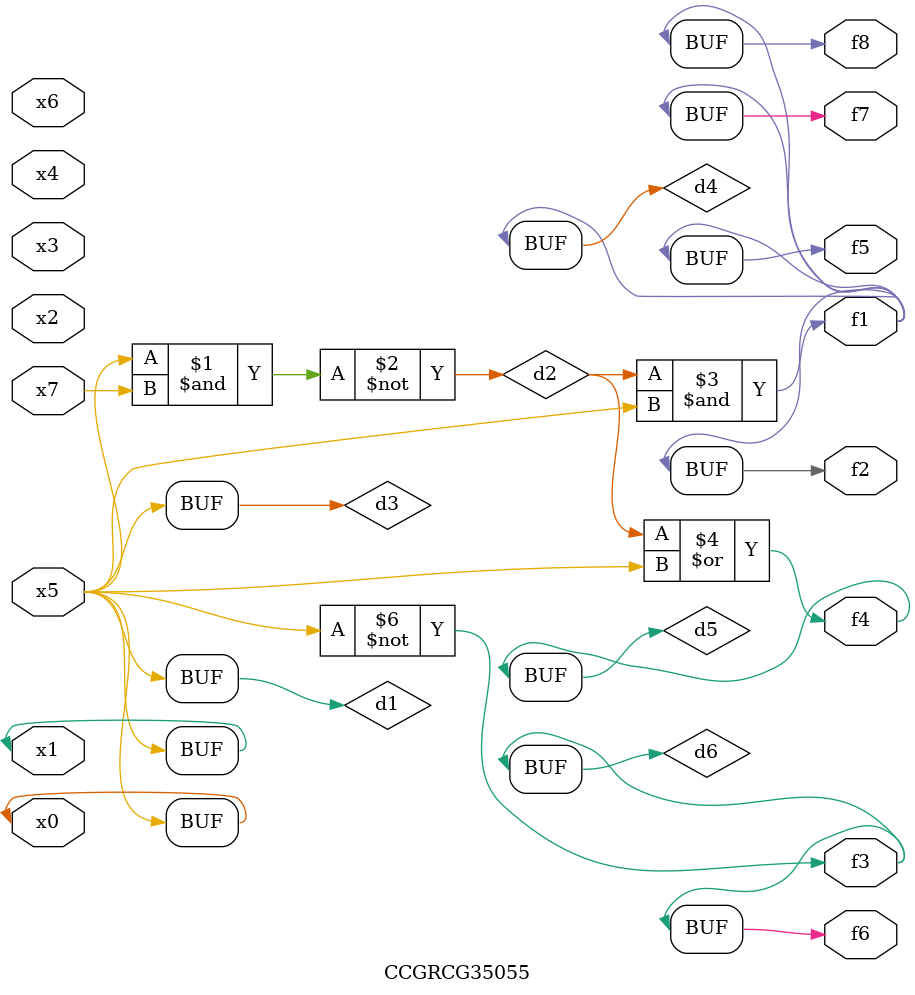
<source format=v>
module CCGRCG35055(
	input x0, x1, x2, x3, x4, x5, x6, x7,
	output f1, f2, f3, f4, f5, f6, f7, f8
);

	wire d1, d2, d3, d4, d5, d6;

	buf (d1, x0, x5);
	nand (d2, x5, x7);
	buf (d3, x0, x1);
	and (d4, d2, d3);
	or (d5, d2, d3);
	nor (d6, d1, d3);
	assign f1 = d4;
	assign f2 = d4;
	assign f3 = d6;
	assign f4 = d5;
	assign f5 = d4;
	assign f6 = d6;
	assign f7 = d4;
	assign f8 = d4;
endmodule

</source>
